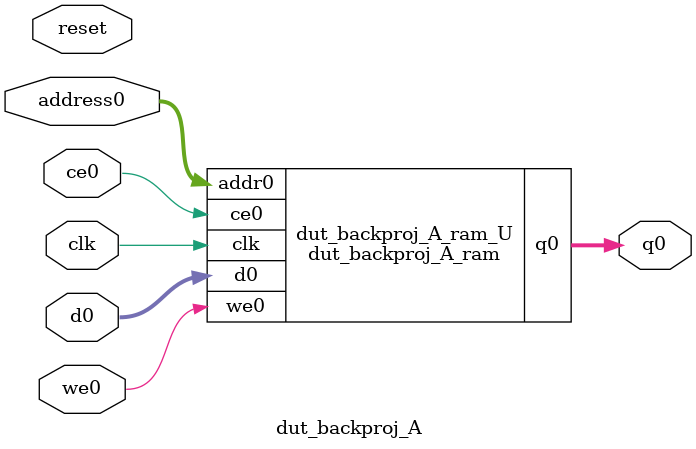
<source format=v>

`timescale 1 ns / 1 ps
module dut_backproj_A_ram (addr0, ce0, d0, we0, q0,  clk);

parameter DWIDTH = 32;
parameter AWIDTH = 4;
parameter MEM_SIZE = 16;

input[AWIDTH-1:0] addr0;
input ce0;
input[DWIDTH-1:0] d0;
input we0;
output reg[DWIDTH-1:0] q0;
input clk;

(* ram_style = "distributed" *)reg [DWIDTH-1:0] ram[MEM_SIZE-1:0];




always @(posedge clk)  
begin 
    if (ce0) 
    begin
        if (we0) 
        begin 
            ram[addr0] <= d0; 
            q0 <= d0;
        end 
        else 
            q0 <= ram[addr0];
    end
end


endmodule


`timescale 1 ns / 1 ps
module dut_backproj_A(
    reset,
    clk,
    address0,
    ce0,
    we0,
    d0,
    q0);

parameter DataWidth = 32'd32;
parameter AddressRange = 32'd16;
parameter AddressWidth = 32'd4;
input reset;
input clk;
input[AddressWidth - 1:0] address0;
input ce0;
input we0;
input[DataWidth - 1:0] d0;
output[DataWidth - 1:0] q0;



dut_backproj_A_ram dut_backproj_A_ram_U(
    .clk( clk ),
    .addr0( address0 ),
    .ce0( ce0 ),
    .d0( d0 ),
    .we0( we0 ),
    .q0( q0 ));

endmodule


</source>
